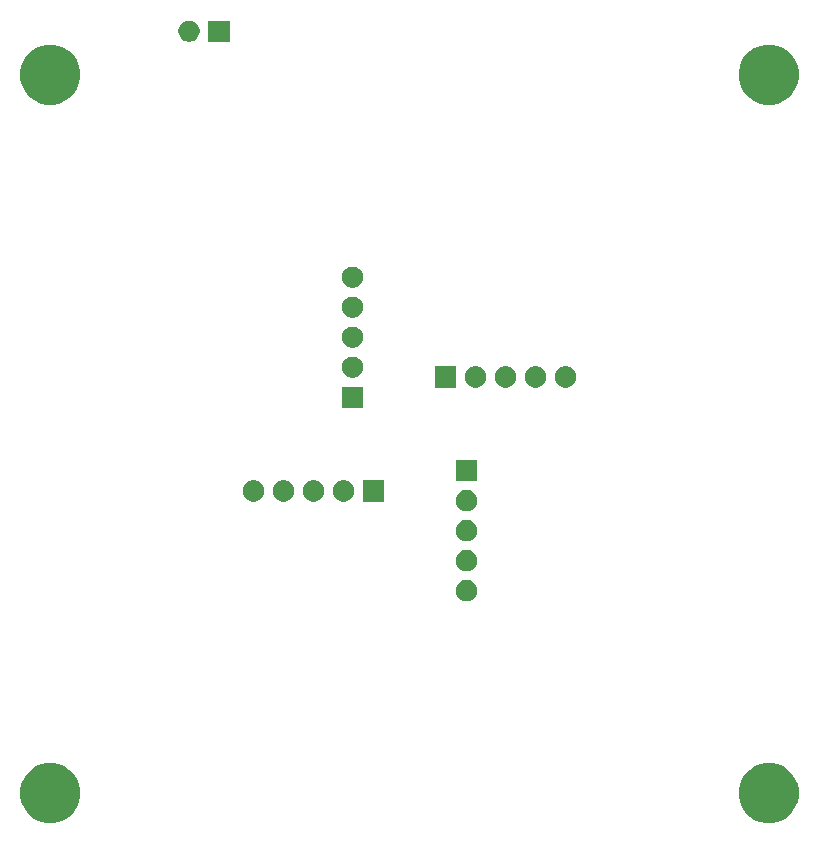
<source format=gts>
G04 #@! TF.GenerationSoftware,KiCad,Pcbnew,(5.1.5)-3*
G04 #@! TF.CreationDate,2020-11-14T22:32:06+01:00*
G04 #@! TF.ProjectId,Christmas C2,43687269-7374-46d6-9173-2043322e6b69,rev?*
G04 #@! TF.SameCoordinates,Original*
G04 #@! TF.FileFunction,Soldermask,Top*
G04 #@! TF.FilePolarity,Negative*
%FSLAX46Y46*%
G04 Gerber Fmt 4.6, Leading zero omitted, Abs format (unit mm)*
G04 Created by KiCad (PCBNEW (5.1.5)-3) date 2020-11-14 22:32:06*
%MOMM*%
%LPD*%
G04 APERTURE LIST*
%ADD10C,0.100000*%
G04 APERTURE END LIST*
D10*
G36*
X135935598Y-178649033D02*
G01*
X136399850Y-178841332D01*
X136399852Y-178841333D01*
X136817668Y-179120509D01*
X137172991Y-179475832D01*
X137452167Y-179893648D01*
X137452168Y-179893650D01*
X137644467Y-180357902D01*
X137742500Y-180850747D01*
X137742500Y-181353253D01*
X137644467Y-181846098D01*
X137452168Y-182310350D01*
X137452167Y-182310352D01*
X137172991Y-182728168D01*
X136817668Y-183083491D01*
X136399852Y-183362667D01*
X136399851Y-183362668D01*
X136399850Y-183362668D01*
X135935598Y-183554967D01*
X135442753Y-183653000D01*
X134940247Y-183653000D01*
X134447402Y-183554967D01*
X133983150Y-183362668D01*
X133983149Y-183362668D01*
X133983148Y-183362667D01*
X133565332Y-183083491D01*
X133210009Y-182728168D01*
X132930833Y-182310352D01*
X132930832Y-182310350D01*
X132738533Y-181846098D01*
X132640500Y-181353253D01*
X132640500Y-180850747D01*
X132738533Y-180357902D01*
X132930832Y-179893650D01*
X132930833Y-179893648D01*
X133210009Y-179475832D01*
X133565332Y-179120509D01*
X133983148Y-178841333D01*
X133983150Y-178841332D01*
X134447402Y-178649033D01*
X134940247Y-178551000D01*
X135442753Y-178551000D01*
X135935598Y-178649033D01*
G37*
G36*
X75102598Y-178649033D02*
G01*
X75566850Y-178841332D01*
X75566852Y-178841333D01*
X75984668Y-179120509D01*
X76339991Y-179475832D01*
X76619167Y-179893648D01*
X76619168Y-179893650D01*
X76811467Y-180357902D01*
X76909500Y-180850747D01*
X76909500Y-181353253D01*
X76811467Y-181846098D01*
X76619168Y-182310350D01*
X76619167Y-182310352D01*
X76339991Y-182728168D01*
X75984668Y-183083491D01*
X75566852Y-183362667D01*
X75566851Y-183362668D01*
X75566850Y-183362668D01*
X75102598Y-183554967D01*
X74609753Y-183653000D01*
X74107247Y-183653000D01*
X73614402Y-183554967D01*
X73150150Y-183362668D01*
X73150149Y-183362668D01*
X73150148Y-183362667D01*
X72732332Y-183083491D01*
X72377009Y-182728168D01*
X72097833Y-182310352D01*
X72097832Y-182310350D01*
X71905533Y-181846098D01*
X71807500Y-181353253D01*
X71807500Y-180850747D01*
X71905533Y-180357902D01*
X72097832Y-179893650D01*
X72097833Y-179893648D01*
X72377009Y-179475832D01*
X72732332Y-179120509D01*
X73150148Y-178841333D01*
X73150150Y-178841332D01*
X73614402Y-178649033D01*
X74107247Y-178551000D01*
X74609753Y-178551000D01*
X75102598Y-178649033D01*
G37*
G36*
X109714512Y-163060927D02*
G01*
X109863812Y-163090624D01*
X110027784Y-163158544D01*
X110175354Y-163257147D01*
X110300853Y-163382646D01*
X110399456Y-163530216D01*
X110467376Y-163694188D01*
X110502000Y-163868259D01*
X110502000Y-164045741D01*
X110467376Y-164219812D01*
X110399456Y-164383784D01*
X110300853Y-164531354D01*
X110175354Y-164656853D01*
X110027784Y-164755456D01*
X109863812Y-164823376D01*
X109714512Y-164853073D01*
X109689742Y-164858000D01*
X109512258Y-164858000D01*
X109487488Y-164853073D01*
X109338188Y-164823376D01*
X109174216Y-164755456D01*
X109026646Y-164656853D01*
X108901147Y-164531354D01*
X108802544Y-164383784D01*
X108734624Y-164219812D01*
X108700000Y-164045741D01*
X108700000Y-163868259D01*
X108734624Y-163694188D01*
X108802544Y-163530216D01*
X108901147Y-163382646D01*
X109026646Y-163257147D01*
X109174216Y-163158544D01*
X109338188Y-163090624D01*
X109487488Y-163060927D01*
X109512258Y-163056000D01*
X109689742Y-163056000D01*
X109714512Y-163060927D01*
G37*
G36*
X109714512Y-160520927D02*
G01*
X109863812Y-160550624D01*
X110027784Y-160618544D01*
X110175354Y-160717147D01*
X110300853Y-160842646D01*
X110399456Y-160990216D01*
X110467376Y-161154188D01*
X110502000Y-161328259D01*
X110502000Y-161505741D01*
X110467376Y-161679812D01*
X110399456Y-161843784D01*
X110300853Y-161991354D01*
X110175354Y-162116853D01*
X110027784Y-162215456D01*
X109863812Y-162283376D01*
X109714512Y-162313073D01*
X109689742Y-162318000D01*
X109512258Y-162318000D01*
X109487488Y-162313073D01*
X109338188Y-162283376D01*
X109174216Y-162215456D01*
X109026646Y-162116853D01*
X108901147Y-161991354D01*
X108802544Y-161843784D01*
X108734624Y-161679812D01*
X108700000Y-161505741D01*
X108700000Y-161328259D01*
X108734624Y-161154188D01*
X108802544Y-160990216D01*
X108901147Y-160842646D01*
X109026646Y-160717147D01*
X109174216Y-160618544D01*
X109338188Y-160550624D01*
X109487488Y-160520927D01*
X109512258Y-160516000D01*
X109689742Y-160516000D01*
X109714512Y-160520927D01*
G37*
G36*
X109714512Y-157980927D02*
G01*
X109863812Y-158010624D01*
X110027784Y-158078544D01*
X110175354Y-158177147D01*
X110300853Y-158302646D01*
X110399456Y-158450216D01*
X110467376Y-158614188D01*
X110502000Y-158788259D01*
X110502000Y-158965741D01*
X110467376Y-159139812D01*
X110399456Y-159303784D01*
X110300853Y-159451354D01*
X110175354Y-159576853D01*
X110027784Y-159675456D01*
X109863812Y-159743376D01*
X109714512Y-159773073D01*
X109689742Y-159778000D01*
X109512258Y-159778000D01*
X109487488Y-159773073D01*
X109338188Y-159743376D01*
X109174216Y-159675456D01*
X109026646Y-159576853D01*
X108901147Y-159451354D01*
X108802544Y-159303784D01*
X108734624Y-159139812D01*
X108700000Y-158965741D01*
X108700000Y-158788259D01*
X108734624Y-158614188D01*
X108802544Y-158450216D01*
X108901147Y-158302646D01*
X109026646Y-158177147D01*
X109174216Y-158078544D01*
X109338188Y-158010624D01*
X109487488Y-157980927D01*
X109512258Y-157976000D01*
X109689742Y-157976000D01*
X109714512Y-157980927D01*
G37*
G36*
X109714512Y-155440927D02*
G01*
X109863812Y-155470624D01*
X110027784Y-155538544D01*
X110175354Y-155637147D01*
X110300853Y-155762646D01*
X110399456Y-155910216D01*
X110467376Y-156074188D01*
X110502000Y-156248259D01*
X110502000Y-156425741D01*
X110467376Y-156599812D01*
X110399456Y-156763784D01*
X110300853Y-156911354D01*
X110175354Y-157036853D01*
X110027784Y-157135456D01*
X109863812Y-157203376D01*
X109714512Y-157233073D01*
X109689742Y-157238000D01*
X109512258Y-157238000D01*
X109487488Y-157233073D01*
X109338188Y-157203376D01*
X109174216Y-157135456D01*
X109026646Y-157036853D01*
X108901147Y-156911354D01*
X108802544Y-156763784D01*
X108734624Y-156599812D01*
X108700000Y-156425741D01*
X108700000Y-156248259D01*
X108734624Y-156074188D01*
X108802544Y-155910216D01*
X108901147Y-155762646D01*
X109026646Y-155637147D01*
X109174216Y-155538544D01*
X109338188Y-155470624D01*
X109487488Y-155440927D01*
X109512258Y-155436000D01*
X109689742Y-155436000D01*
X109714512Y-155440927D01*
G37*
G36*
X91680512Y-154615427D02*
G01*
X91829812Y-154645124D01*
X91993784Y-154713044D01*
X92141354Y-154811647D01*
X92266853Y-154937146D01*
X92365456Y-155084716D01*
X92433376Y-155248688D01*
X92468000Y-155422759D01*
X92468000Y-155600241D01*
X92433376Y-155774312D01*
X92365456Y-155938284D01*
X92266853Y-156085854D01*
X92141354Y-156211353D01*
X91993784Y-156309956D01*
X91829812Y-156377876D01*
X91680512Y-156407573D01*
X91655742Y-156412500D01*
X91478258Y-156412500D01*
X91453488Y-156407573D01*
X91304188Y-156377876D01*
X91140216Y-156309956D01*
X90992646Y-156211353D01*
X90867147Y-156085854D01*
X90768544Y-155938284D01*
X90700624Y-155774312D01*
X90666000Y-155600241D01*
X90666000Y-155422759D01*
X90700624Y-155248688D01*
X90768544Y-155084716D01*
X90867147Y-154937146D01*
X90992646Y-154811647D01*
X91140216Y-154713044D01*
X91304188Y-154645124D01*
X91453488Y-154615427D01*
X91478258Y-154610500D01*
X91655742Y-154610500D01*
X91680512Y-154615427D01*
G37*
G36*
X102628000Y-156412500D02*
G01*
X100826000Y-156412500D01*
X100826000Y-154610500D01*
X102628000Y-154610500D01*
X102628000Y-156412500D01*
G37*
G36*
X99300512Y-154615427D02*
G01*
X99449812Y-154645124D01*
X99613784Y-154713044D01*
X99761354Y-154811647D01*
X99886853Y-154937146D01*
X99985456Y-155084716D01*
X100053376Y-155248688D01*
X100088000Y-155422759D01*
X100088000Y-155600241D01*
X100053376Y-155774312D01*
X99985456Y-155938284D01*
X99886853Y-156085854D01*
X99761354Y-156211353D01*
X99613784Y-156309956D01*
X99449812Y-156377876D01*
X99300512Y-156407573D01*
X99275742Y-156412500D01*
X99098258Y-156412500D01*
X99073488Y-156407573D01*
X98924188Y-156377876D01*
X98760216Y-156309956D01*
X98612646Y-156211353D01*
X98487147Y-156085854D01*
X98388544Y-155938284D01*
X98320624Y-155774312D01*
X98286000Y-155600241D01*
X98286000Y-155422759D01*
X98320624Y-155248688D01*
X98388544Y-155084716D01*
X98487147Y-154937146D01*
X98612646Y-154811647D01*
X98760216Y-154713044D01*
X98924188Y-154645124D01*
X99073488Y-154615427D01*
X99098258Y-154610500D01*
X99275742Y-154610500D01*
X99300512Y-154615427D01*
G37*
G36*
X96760512Y-154615427D02*
G01*
X96909812Y-154645124D01*
X97073784Y-154713044D01*
X97221354Y-154811647D01*
X97346853Y-154937146D01*
X97445456Y-155084716D01*
X97513376Y-155248688D01*
X97548000Y-155422759D01*
X97548000Y-155600241D01*
X97513376Y-155774312D01*
X97445456Y-155938284D01*
X97346853Y-156085854D01*
X97221354Y-156211353D01*
X97073784Y-156309956D01*
X96909812Y-156377876D01*
X96760512Y-156407573D01*
X96735742Y-156412500D01*
X96558258Y-156412500D01*
X96533488Y-156407573D01*
X96384188Y-156377876D01*
X96220216Y-156309956D01*
X96072646Y-156211353D01*
X95947147Y-156085854D01*
X95848544Y-155938284D01*
X95780624Y-155774312D01*
X95746000Y-155600241D01*
X95746000Y-155422759D01*
X95780624Y-155248688D01*
X95848544Y-155084716D01*
X95947147Y-154937146D01*
X96072646Y-154811647D01*
X96220216Y-154713044D01*
X96384188Y-154645124D01*
X96533488Y-154615427D01*
X96558258Y-154610500D01*
X96735742Y-154610500D01*
X96760512Y-154615427D01*
G37*
G36*
X94220512Y-154615427D02*
G01*
X94369812Y-154645124D01*
X94533784Y-154713044D01*
X94681354Y-154811647D01*
X94806853Y-154937146D01*
X94905456Y-155084716D01*
X94973376Y-155248688D01*
X95008000Y-155422759D01*
X95008000Y-155600241D01*
X94973376Y-155774312D01*
X94905456Y-155938284D01*
X94806853Y-156085854D01*
X94681354Y-156211353D01*
X94533784Y-156309956D01*
X94369812Y-156377876D01*
X94220512Y-156407573D01*
X94195742Y-156412500D01*
X94018258Y-156412500D01*
X93993488Y-156407573D01*
X93844188Y-156377876D01*
X93680216Y-156309956D01*
X93532646Y-156211353D01*
X93407147Y-156085854D01*
X93308544Y-155938284D01*
X93240624Y-155774312D01*
X93206000Y-155600241D01*
X93206000Y-155422759D01*
X93240624Y-155248688D01*
X93308544Y-155084716D01*
X93407147Y-154937146D01*
X93532646Y-154811647D01*
X93680216Y-154713044D01*
X93844188Y-154645124D01*
X93993488Y-154615427D01*
X94018258Y-154610500D01*
X94195742Y-154610500D01*
X94220512Y-154615427D01*
G37*
G36*
X110502000Y-154698000D02*
G01*
X108700000Y-154698000D01*
X108700000Y-152896000D01*
X110502000Y-152896000D01*
X110502000Y-154698000D01*
G37*
G36*
X100850000Y-148475000D02*
G01*
X99048000Y-148475000D01*
X99048000Y-146673000D01*
X100850000Y-146673000D01*
X100850000Y-148475000D01*
G37*
G36*
X113016512Y-144963427D02*
G01*
X113165812Y-144993124D01*
X113329784Y-145061044D01*
X113477354Y-145159647D01*
X113602853Y-145285146D01*
X113701456Y-145432716D01*
X113769376Y-145596688D01*
X113804000Y-145770759D01*
X113804000Y-145948241D01*
X113769376Y-146122312D01*
X113701456Y-146286284D01*
X113602853Y-146433854D01*
X113477354Y-146559353D01*
X113329784Y-146657956D01*
X113165812Y-146725876D01*
X113016512Y-146755573D01*
X112991742Y-146760500D01*
X112814258Y-146760500D01*
X112789488Y-146755573D01*
X112640188Y-146725876D01*
X112476216Y-146657956D01*
X112328646Y-146559353D01*
X112203147Y-146433854D01*
X112104544Y-146286284D01*
X112036624Y-146122312D01*
X112002000Y-145948241D01*
X112002000Y-145770759D01*
X112036624Y-145596688D01*
X112104544Y-145432716D01*
X112203147Y-145285146D01*
X112328646Y-145159647D01*
X112476216Y-145061044D01*
X112640188Y-144993124D01*
X112789488Y-144963427D01*
X112814258Y-144958500D01*
X112991742Y-144958500D01*
X113016512Y-144963427D01*
G37*
G36*
X108724000Y-146760500D02*
G01*
X106922000Y-146760500D01*
X106922000Y-144958500D01*
X108724000Y-144958500D01*
X108724000Y-146760500D01*
G37*
G36*
X110476512Y-144963427D02*
G01*
X110625812Y-144993124D01*
X110789784Y-145061044D01*
X110937354Y-145159647D01*
X111062853Y-145285146D01*
X111161456Y-145432716D01*
X111229376Y-145596688D01*
X111264000Y-145770759D01*
X111264000Y-145948241D01*
X111229376Y-146122312D01*
X111161456Y-146286284D01*
X111062853Y-146433854D01*
X110937354Y-146559353D01*
X110789784Y-146657956D01*
X110625812Y-146725876D01*
X110476512Y-146755573D01*
X110451742Y-146760500D01*
X110274258Y-146760500D01*
X110249488Y-146755573D01*
X110100188Y-146725876D01*
X109936216Y-146657956D01*
X109788646Y-146559353D01*
X109663147Y-146433854D01*
X109564544Y-146286284D01*
X109496624Y-146122312D01*
X109462000Y-145948241D01*
X109462000Y-145770759D01*
X109496624Y-145596688D01*
X109564544Y-145432716D01*
X109663147Y-145285146D01*
X109788646Y-145159647D01*
X109936216Y-145061044D01*
X110100188Y-144993124D01*
X110249488Y-144963427D01*
X110274258Y-144958500D01*
X110451742Y-144958500D01*
X110476512Y-144963427D01*
G37*
G36*
X115556512Y-144963427D02*
G01*
X115705812Y-144993124D01*
X115869784Y-145061044D01*
X116017354Y-145159647D01*
X116142853Y-145285146D01*
X116241456Y-145432716D01*
X116309376Y-145596688D01*
X116344000Y-145770759D01*
X116344000Y-145948241D01*
X116309376Y-146122312D01*
X116241456Y-146286284D01*
X116142853Y-146433854D01*
X116017354Y-146559353D01*
X115869784Y-146657956D01*
X115705812Y-146725876D01*
X115556512Y-146755573D01*
X115531742Y-146760500D01*
X115354258Y-146760500D01*
X115329488Y-146755573D01*
X115180188Y-146725876D01*
X115016216Y-146657956D01*
X114868646Y-146559353D01*
X114743147Y-146433854D01*
X114644544Y-146286284D01*
X114576624Y-146122312D01*
X114542000Y-145948241D01*
X114542000Y-145770759D01*
X114576624Y-145596688D01*
X114644544Y-145432716D01*
X114743147Y-145285146D01*
X114868646Y-145159647D01*
X115016216Y-145061044D01*
X115180188Y-144993124D01*
X115329488Y-144963427D01*
X115354258Y-144958500D01*
X115531742Y-144958500D01*
X115556512Y-144963427D01*
G37*
G36*
X118096512Y-144963427D02*
G01*
X118245812Y-144993124D01*
X118409784Y-145061044D01*
X118557354Y-145159647D01*
X118682853Y-145285146D01*
X118781456Y-145432716D01*
X118849376Y-145596688D01*
X118884000Y-145770759D01*
X118884000Y-145948241D01*
X118849376Y-146122312D01*
X118781456Y-146286284D01*
X118682853Y-146433854D01*
X118557354Y-146559353D01*
X118409784Y-146657956D01*
X118245812Y-146725876D01*
X118096512Y-146755573D01*
X118071742Y-146760500D01*
X117894258Y-146760500D01*
X117869488Y-146755573D01*
X117720188Y-146725876D01*
X117556216Y-146657956D01*
X117408646Y-146559353D01*
X117283147Y-146433854D01*
X117184544Y-146286284D01*
X117116624Y-146122312D01*
X117082000Y-145948241D01*
X117082000Y-145770759D01*
X117116624Y-145596688D01*
X117184544Y-145432716D01*
X117283147Y-145285146D01*
X117408646Y-145159647D01*
X117556216Y-145061044D01*
X117720188Y-144993124D01*
X117869488Y-144963427D01*
X117894258Y-144958500D01*
X118071742Y-144958500D01*
X118096512Y-144963427D01*
G37*
G36*
X100062512Y-144137927D02*
G01*
X100211812Y-144167624D01*
X100375784Y-144235544D01*
X100523354Y-144334147D01*
X100648853Y-144459646D01*
X100747456Y-144607216D01*
X100815376Y-144771188D01*
X100850000Y-144945259D01*
X100850000Y-145122741D01*
X100815376Y-145296812D01*
X100747456Y-145460784D01*
X100648853Y-145608354D01*
X100523354Y-145733853D01*
X100375784Y-145832456D01*
X100211812Y-145900376D01*
X100062512Y-145930073D01*
X100037742Y-145935000D01*
X99860258Y-145935000D01*
X99835488Y-145930073D01*
X99686188Y-145900376D01*
X99522216Y-145832456D01*
X99374646Y-145733853D01*
X99249147Y-145608354D01*
X99150544Y-145460784D01*
X99082624Y-145296812D01*
X99048000Y-145122741D01*
X99048000Y-144945259D01*
X99082624Y-144771188D01*
X99150544Y-144607216D01*
X99249147Y-144459646D01*
X99374646Y-144334147D01*
X99522216Y-144235544D01*
X99686188Y-144167624D01*
X99835488Y-144137927D01*
X99860258Y-144133000D01*
X100037742Y-144133000D01*
X100062512Y-144137927D01*
G37*
G36*
X100062512Y-141597927D02*
G01*
X100211812Y-141627624D01*
X100375784Y-141695544D01*
X100523354Y-141794147D01*
X100648853Y-141919646D01*
X100747456Y-142067216D01*
X100815376Y-142231188D01*
X100850000Y-142405259D01*
X100850000Y-142582741D01*
X100815376Y-142756812D01*
X100747456Y-142920784D01*
X100648853Y-143068354D01*
X100523354Y-143193853D01*
X100375784Y-143292456D01*
X100211812Y-143360376D01*
X100062512Y-143390073D01*
X100037742Y-143395000D01*
X99860258Y-143395000D01*
X99835488Y-143390073D01*
X99686188Y-143360376D01*
X99522216Y-143292456D01*
X99374646Y-143193853D01*
X99249147Y-143068354D01*
X99150544Y-142920784D01*
X99082624Y-142756812D01*
X99048000Y-142582741D01*
X99048000Y-142405259D01*
X99082624Y-142231188D01*
X99150544Y-142067216D01*
X99249147Y-141919646D01*
X99374646Y-141794147D01*
X99522216Y-141695544D01*
X99686188Y-141627624D01*
X99835488Y-141597927D01*
X99860258Y-141593000D01*
X100037742Y-141593000D01*
X100062512Y-141597927D01*
G37*
G36*
X100062512Y-139057927D02*
G01*
X100211812Y-139087624D01*
X100375784Y-139155544D01*
X100523354Y-139254147D01*
X100648853Y-139379646D01*
X100747456Y-139527216D01*
X100815376Y-139691188D01*
X100850000Y-139865259D01*
X100850000Y-140042741D01*
X100815376Y-140216812D01*
X100747456Y-140380784D01*
X100648853Y-140528354D01*
X100523354Y-140653853D01*
X100375784Y-140752456D01*
X100211812Y-140820376D01*
X100062512Y-140850073D01*
X100037742Y-140855000D01*
X99860258Y-140855000D01*
X99835488Y-140850073D01*
X99686188Y-140820376D01*
X99522216Y-140752456D01*
X99374646Y-140653853D01*
X99249147Y-140528354D01*
X99150544Y-140380784D01*
X99082624Y-140216812D01*
X99048000Y-140042741D01*
X99048000Y-139865259D01*
X99082624Y-139691188D01*
X99150544Y-139527216D01*
X99249147Y-139379646D01*
X99374646Y-139254147D01*
X99522216Y-139155544D01*
X99686188Y-139087624D01*
X99835488Y-139057927D01*
X99860258Y-139053000D01*
X100037742Y-139053000D01*
X100062512Y-139057927D01*
G37*
G36*
X100062512Y-136517927D02*
G01*
X100211812Y-136547624D01*
X100375784Y-136615544D01*
X100523354Y-136714147D01*
X100648853Y-136839646D01*
X100747456Y-136987216D01*
X100815376Y-137151188D01*
X100850000Y-137325259D01*
X100850000Y-137502741D01*
X100815376Y-137676812D01*
X100747456Y-137840784D01*
X100648853Y-137988354D01*
X100523354Y-138113853D01*
X100375784Y-138212456D01*
X100211812Y-138280376D01*
X100062512Y-138310073D01*
X100037742Y-138315000D01*
X99860258Y-138315000D01*
X99835488Y-138310073D01*
X99686188Y-138280376D01*
X99522216Y-138212456D01*
X99374646Y-138113853D01*
X99249147Y-137988354D01*
X99150544Y-137840784D01*
X99082624Y-137676812D01*
X99048000Y-137502741D01*
X99048000Y-137325259D01*
X99082624Y-137151188D01*
X99150544Y-136987216D01*
X99249147Y-136839646D01*
X99374646Y-136714147D01*
X99522216Y-136615544D01*
X99686188Y-136547624D01*
X99835488Y-136517927D01*
X99860258Y-136513000D01*
X100037742Y-136513000D01*
X100062512Y-136517927D01*
G37*
G36*
X135935598Y-117816033D02*
G01*
X136399850Y-118008332D01*
X136399852Y-118008333D01*
X136817668Y-118287509D01*
X137172991Y-118642832D01*
X137452167Y-119060648D01*
X137452168Y-119060650D01*
X137644467Y-119524902D01*
X137742500Y-120017747D01*
X137742500Y-120520253D01*
X137644467Y-121013098D01*
X137452168Y-121477350D01*
X137452167Y-121477352D01*
X137172991Y-121895168D01*
X136817668Y-122250491D01*
X136399852Y-122529667D01*
X136399851Y-122529668D01*
X136399850Y-122529668D01*
X135935598Y-122721967D01*
X135442753Y-122820000D01*
X134940247Y-122820000D01*
X134447402Y-122721967D01*
X133983150Y-122529668D01*
X133983149Y-122529668D01*
X133983148Y-122529667D01*
X133565332Y-122250491D01*
X133210009Y-121895168D01*
X132930833Y-121477352D01*
X132930832Y-121477350D01*
X132738533Y-121013098D01*
X132640500Y-120520253D01*
X132640500Y-120017747D01*
X132738533Y-119524902D01*
X132930832Y-119060650D01*
X132930833Y-119060648D01*
X133210009Y-118642832D01*
X133565332Y-118287509D01*
X133983148Y-118008333D01*
X133983150Y-118008332D01*
X134447402Y-117816033D01*
X134940247Y-117718000D01*
X135442753Y-117718000D01*
X135935598Y-117816033D01*
G37*
G36*
X75102598Y-117816033D02*
G01*
X75566850Y-118008332D01*
X75566852Y-118008333D01*
X75984668Y-118287509D01*
X76339991Y-118642832D01*
X76619167Y-119060648D01*
X76619168Y-119060650D01*
X76811467Y-119524902D01*
X76909500Y-120017747D01*
X76909500Y-120520253D01*
X76811467Y-121013098D01*
X76619168Y-121477350D01*
X76619167Y-121477352D01*
X76339991Y-121895168D01*
X75984668Y-122250491D01*
X75566852Y-122529667D01*
X75566851Y-122529668D01*
X75566850Y-122529668D01*
X75102598Y-122721967D01*
X74609753Y-122820000D01*
X74107247Y-122820000D01*
X73614402Y-122721967D01*
X73150150Y-122529668D01*
X73150149Y-122529668D01*
X73150148Y-122529667D01*
X72732332Y-122250491D01*
X72377009Y-121895168D01*
X72097833Y-121477352D01*
X72097832Y-121477350D01*
X71905533Y-121013098D01*
X71807500Y-120520253D01*
X71807500Y-120017747D01*
X71905533Y-119524902D01*
X72097832Y-119060650D01*
X72097833Y-119060648D01*
X72377009Y-118642832D01*
X72732332Y-118287509D01*
X73150148Y-118008333D01*
X73150150Y-118008332D01*
X73614402Y-117816033D01*
X74107247Y-117718000D01*
X74609753Y-117718000D01*
X75102598Y-117816033D01*
G37*
G36*
X89547000Y-117487000D02*
G01*
X87745000Y-117487000D01*
X87745000Y-115685000D01*
X89547000Y-115685000D01*
X89547000Y-117487000D01*
G37*
G36*
X86219512Y-115689927D02*
G01*
X86368812Y-115719624D01*
X86532784Y-115787544D01*
X86680354Y-115886147D01*
X86805853Y-116011646D01*
X86904456Y-116159216D01*
X86972376Y-116323188D01*
X87007000Y-116497259D01*
X87007000Y-116674741D01*
X86972376Y-116848812D01*
X86904456Y-117012784D01*
X86805853Y-117160354D01*
X86680354Y-117285853D01*
X86532784Y-117384456D01*
X86368812Y-117452376D01*
X86219512Y-117482073D01*
X86194742Y-117487000D01*
X86017258Y-117487000D01*
X85992488Y-117482073D01*
X85843188Y-117452376D01*
X85679216Y-117384456D01*
X85531646Y-117285853D01*
X85406147Y-117160354D01*
X85307544Y-117012784D01*
X85239624Y-116848812D01*
X85205000Y-116674741D01*
X85205000Y-116497259D01*
X85239624Y-116323188D01*
X85307544Y-116159216D01*
X85406147Y-116011646D01*
X85531646Y-115886147D01*
X85679216Y-115787544D01*
X85843188Y-115719624D01*
X85992488Y-115689927D01*
X86017258Y-115685000D01*
X86194742Y-115685000D01*
X86219512Y-115689927D01*
G37*
M02*

</source>
